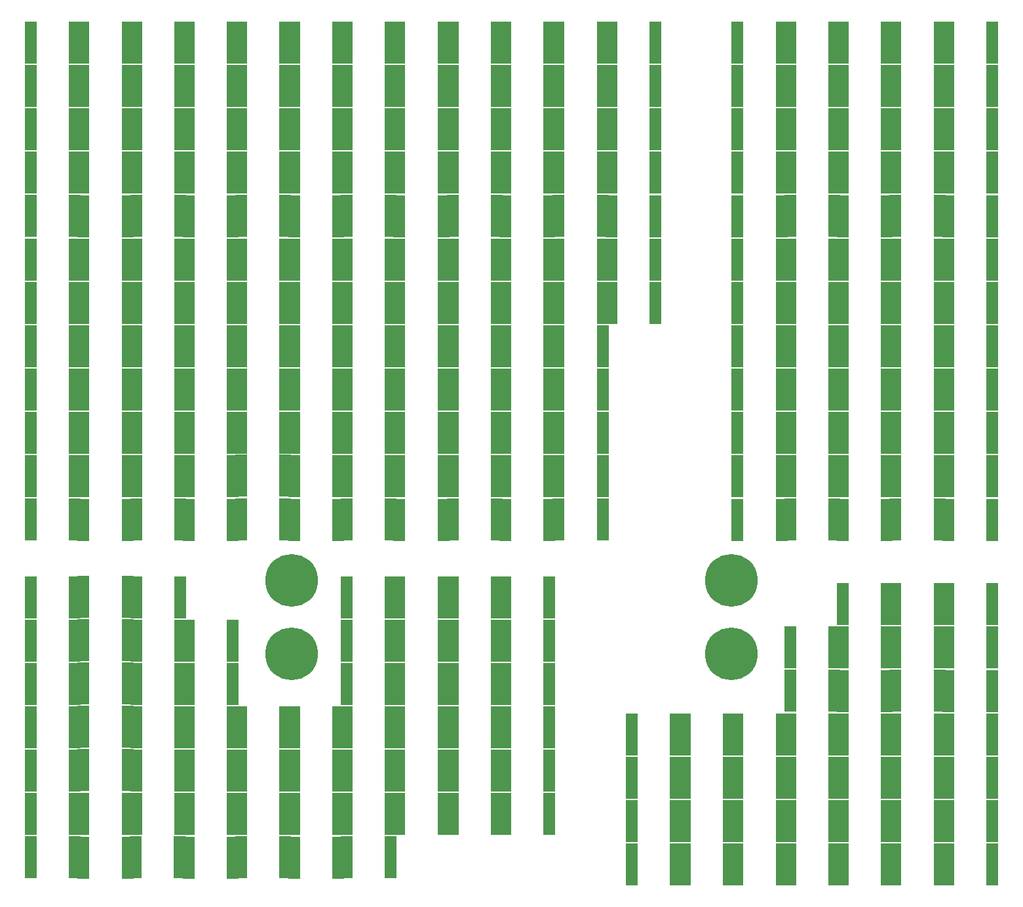
<source format=gbr>
G04 #@! TF.GenerationSoftware,KiCad,Pcbnew,(5.0.0)*
G04 #@! TF.CreationDate,2019-05-02T23:43:43-07:00*
G04 #@! TF.ProjectId,SSB Cap Board - Rev2,5353422043617020426F617264202D20,rev?*
G04 #@! TF.SameCoordinates,Original*
G04 #@! TF.FileFunction,Soldermask,Bot*
G04 #@! TF.FilePolarity,Negative*
%FSLAX46Y46*%
G04 Gerber Fmt 4.6, Leading zero omitted, Abs format (unit mm)*
G04 Created by KiCad (PCBNEW (5.0.0)) date 05/02/19 23:43:43*
%MOMM*%
%LPD*%
G01*
G04 APERTURE LIST*
%ADD10R,1.650000X5.400000*%
%ADD11C,6.800000*%
%ADD12C,1.200000*%
G04 APERTURE END LIST*
D10*
G04 #@! TO.C,C505*
X42805000Y19695000D03*
X48505000Y19695000D03*
G04 #@! TD*
G04 #@! TO.C,C503*
X28095000Y14105000D03*
X22395000Y14105000D03*
G04 #@! TD*
G04 #@! TO.C,C502*
X62105000Y103395000D03*
X56405000Y103395000D03*
G04 #@! TD*
G04 #@! TO.C,C501*
X29205000Y103395000D03*
X34905000Y103395000D03*
G04 #@! TD*
G04 #@! TO.C,C500*
X62105000Y25295000D03*
X56405000Y25295000D03*
G04 #@! TD*
G04 #@! TO.C,C498*
X55295000Y-2695000D03*
X49595000Y-2695000D03*
G04 #@! TD*
G04 #@! TO.C,C452*
X48505000Y14095000D03*
X42805000Y14095000D03*
G04 #@! TD*
G04 #@! TO.C,C449*
X41695000Y53005000D03*
X35995000Y53005000D03*
G04 #@! TD*
G04 #@! TO.C,C496*
X21205000Y14095000D03*
X15505000Y14095000D03*
G04 #@! TD*
G04 #@! TO.C,C495*
X29205000Y2895000D03*
X34905000Y2895000D03*
G04 #@! TD*
G04 #@! TO.C,C494*
X48505000Y30895000D03*
X42805000Y30895000D03*
G04 #@! TD*
G04 #@! TO.C,C493*
X29205000Y97795000D03*
X34905000Y97795000D03*
G04 #@! TD*
G04 #@! TO.C,C492*
X62105000Y19695000D03*
X56405000Y19695000D03*
G04 #@! TD*
G04 #@! TO.C,C491*
X55295000Y2905000D03*
X49595000Y2905000D03*
G04 #@! TD*
G04 #@! TO.C,C490*
X48505000Y8495000D03*
X42805000Y8495000D03*
G04 #@! TD*
G04 #@! TO.C,C499*
X41695000Y58605000D03*
X35995000Y58605000D03*
G04 #@! TD*
G04 #@! TO.C,C497*
X22395000Y-2695000D03*
X28095000Y-2695000D03*
G04 #@! TD*
G04 #@! TO.C,C524*
X41695000Y47405000D03*
X35995000Y47405000D03*
G04 #@! TD*
G04 #@! TO.C,C523*
X34905000Y-2705000D03*
X29205000Y-2705000D03*
G04 #@! TD*
G04 #@! TO.C,C522*
X55295000Y81005000D03*
X49595000Y81005000D03*
G04 #@! TD*
G04 #@! TO.C,C521*
X34905000Y92195000D03*
X29205000Y92195000D03*
G04 #@! TD*
G04 #@! TO.C,C520*
X56405000Y14095000D03*
X62105000Y14095000D03*
G04 #@! TD*
G04 #@! TO.C,C519*
X49595000Y8505000D03*
X55295000Y8505000D03*
G04 #@! TD*
G04 #@! TO.C,C518*
X42805000Y2895000D03*
X48505000Y2895000D03*
G04 #@! TD*
G04 #@! TO.C,C480*
X35995000Y64205000D03*
X41695000Y64205000D03*
G04 #@! TD*
G04 #@! TO.C,C506*
X28095000Y2905000D03*
X22395000Y2905000D03*
G04 #@! TD*
G04 #@! TO.C,C515*
X48505000Y103395000D03*
X42805000Y103395000D03*
G04 #@! TD*
G04 #@! TO.C,C514*
X41695000Y-2695000D03*
X35995000Y-2695000D03*
G04 #@! TD*
G04 #@! TO.C,C513*
X62105000Y41795000D03*
X56405000Y41795000D03*
G04 #@! TD*
G04 #@! TO.C,C512*
X55295000Y86605000D03*
X49595000Y86605000D03*
G04 #@! TD*
G04 #@! TO.C,C511*
X34905000Y86595000D03*
X29205000Y86595000D03*
G04 #@! TD*
G04 #@! TO.C,C510*
X56405000Y8495000D03*
X62105000Y8495000D03*
G04 #@! TD*
G04 #@! TO.C,C509*
X49595000Y14105000D03*
X55295000Y14105000D03*
G04 #@! TD*
G04 #@! TO.C,C507*
X42805000Y-2705000D03*
X48505000Y-2705000D03*
G04 #@! TD*
G04 #@! TO.C,C516*
X35995000Y69805000D03*
X41695000Y69805000D03*
G04 #@! TD*
G04 #@! TO.C,C469*
X28095000Y8505000D03*
X22395000Y8505000D03*
G04 #@! TD*
G04 #@! TO.C,C468*
X48505000Y97795000D03*
X42805000Y97795000D03*
G04 #@! TD*
G04 #@! TO.C,C467*
X41695000Y2905000D03*
X35995000Y2905000D03*
G04 #@! TD*
G04 #@! TO.C,C466*
X49595000Y41805000D03*
X55295000Y41805000D03*
G04 #@! TD*
G04 #@! TO.C,C465*
X55295000Y92205000D03*
X49595000Y92205000D03*
G04 #@! TD*
G04 #@! TO.C,C464*
X48505000Y41795000D03*
X42805000Y41795000D03*
G04 #@! TD*
G04 #@! TO.C,C463*
X29205000Y80995000D03*
X34905000Y80995000D03*
G04 #@! TD*
G04 #@! TO.C,C461*
X62105000Y2895000D03*
X56405000Y2895000D03*
G04 #@! TD*
G04 #@! TO.C,C488*
X55295000Y19705000D03*
X49595000Y19705000D03*
G04 #@! TD*
G04 #@! TO.C,C460*
X35995000Y75405000D03*
X41695000Y75405000D03*
G04 #@! TD*
G04 #@! TO.C,C459*
X29205000Y8495000D03*
X34905000Y8495000D03*
G04 #@! TD*
G04 #@! TO.C,C458*
X48505000Y92195000D03*
X42805000Y92195000D03*
G04 #@! TD*
G04 #@! TO.C,C457*
X41695000Y8505000D03*
X35995000Y8505000D03*
G04 #@! TD*
G04 #@! TO.C,C455*
X55295000Y97805000D03*
X49595000Y97805000D03*
G04 #@! TD*
G04 #@! TO.C,C454*
X35995000Y41805000D03*
X41695000Y41805000D03*
G04 #@! TD*
G04 #@! TO.C,C453*
X29205000Y75395000D03*
X34905000Y75395000D03*
G04 #@! TD*
G04 #@! TO.C,C489*
X41695000Y19705000D03*
X35995000Y19705000D03*
G04 #@! TD*
G04 #@! TO.C,C487*
X49595000Y25305000D03*
X55295000Y25305000D03*
G04 #@! TD*
G04 #@! TO.C,C486*
X41695000Y81005000D03*
X35995000Y81005000D03*
G04 #@! TD*
G04 #@! TO.C,C485*
X48505000Y86595000D03*
X42805000Y86595000D03*
G04 #@! TD*
G04 #@! TO.C,C484*
X41695000Y14105000D03*
X35995000Y14105000D03*
G04 #@! TD*
G04 #@! TO.C,C483*
X62105000Y86595000D03*
X56405000Y86595000D03*
G04 #@! TD*
G04 #@! TO.C,C482*
X55295000Y103405000D03*
X49595000Y103405000D03*
G04 #@! TD*
G04 #@! TO.C,C481*
X62105000Y97795000D03*
X56405000Y97795000D03*
G04 #@! TD*
G04 #@! TO.C,C508*
X29205000Y69795000D03*
X34905000Y69795000D03*
G04 #@! TD*
G04 #@! TO.C,C478*
X15505000Y8495000D03*
X21205000Y8495000D03*
G04 #@! TD*
G04 #@! TO.C,C476*
X42805000Y25295000D03*
X48505000Y25295000D03*
G04 #@! TD*
G04 #@! TO.C,C475*
X35995000Y86605000D03*
X41695000Y86605000D03*
G04 #@! TD*
G04 #@! TO.C,C474*
X42805000Y80995000D03*
X48505000Y80995000D03*
G04 #@! TD*
G04 #@! TO.C,C473*
X62105000Y80995000D03*
X56405000Y80995000D03*
G04 #@! TD*
G04 #@! TO.C,C472*
X56405000Y-2705000D03*
X62105000Y-2705000D03*
G04 #@! TD*
G04 #@! TO.C,C471*
X49595000Y30905000D03*
X55295000Y30905000D03*
G04 #@! TD*
G04 #@! TO.C,C470*
X29205000Y64195000D03*
X34905000Y64195000D03*
G04 #@! TD*
G04 #@! TO.C,C579*
X15505000Y2895000D03*
X21205000Y2895000D03*
G04 #@! TD*
G04 #@! TO.C,C575*
X41695000Y92205000D03*
X35995000Y92205000D03*
G04 #@! TD*
G04 #@! TO.C,C574*
X48505000Y75395000D03*
X42805000Y75395000D03*
G04 #@! TD*
G04 #@! TO.C,C600*
X56405000Y75395000D03*
X62105000Y75395000D03*
G04 #@! TD*
G04 #@! TO.C,C572*
X62105000Y30895000D03*
X56405000Y30895000D03*
G04 #@! TD*
G04 #@! TO.C,C525*
X29205000Y58595000D03*
X34905000Y58595000D03*
G04 #@! TD*
G04 #@! TO.C,C569*
X15505000Y-2705000D03*
X21205000Y-2705000D03*
G04 #@! TD*
G04 #@! TO.C,C565*
X41695000Y97805000D03*
X35995000Y97805000D03*
G04 #@! TD*
G04 #@! TO.C,C526*
X42805000Y69795000D03*
X48505000Y69795000D03*
G04 #@! TD*
G04 #@! TO.C,C571*
X62105000Y69795000D03*
X56405000Y69795000D03*
G04 #@! TD*
G04 #@! TO.C,C598*
X41695000Y25305000D03*
X35995000Y25305000D03*
G04 #@! TD*
G04 #@! TO.C,C582*
X41695000Y103405000D03*
X35995000Y103405000D03*
G04 #@! TD*
G04 #@! TO.C,C580*
X62105000Y92195000D03*
X56405000Y92195000D03*
G04 #@! TD*
G04 #@! TO.C,C589*
X42805000Y64195000D03*
X48505000Y64195000D03*
G04 #@! TD*
G04 #@! TO.C,C587*
X56405000Y64195000D03*
X62105000Y64195000D03*
G04 #@! TD*
G04 #@! TO.C,C586*
X49595000Y47405000D03*
X55295000Y47405000D03*
G04 #@! TD*
G04 #@! TO.C,C581*
X29205000Y52995000D03*
X34905000Y52995000D03*
G04 #@! TD*
G04 #@! TO.C,C543*
X42805000Y58595000D03*
X48505000Y58595000D03*
G04 #@! TD*
G04 #@! TO.C,C541*
X56405000Y58595000D03*
X62105000Y58595000D03*
G04 #@! TD*
G04 #@! TO.C,C539*
X55295000Y53005000D03*
X49595000Y53005000D03*
G04 #@! TD*
G04 #@! TO.C,C538*
X34905000Y14095000D03*
X29205000Y14095000D03*
G04 #@! TD*
G04 #@! TO.C,C563*
X29205000Y47395000D03*
X34905000Y47395000D03*
G04 #@! TD*
G04 #@! TO.C,C533*
X42805000Y52995000D03*
X48505000Y52995000D03*
G04 #@! TD*
G04 #@! TO.C,C531*
X56405000Y52995000D03*
X62105000Y52995000D03*
G04 #@! TD*
G04 #@! TO.C,C529*
X55295000Y58605000D03*
X49595000Y58605000D03*
G04 #@! TD*
G04 #@! TO.C,C561*
X42805000Y47395000D03*
X48505000Y47395000D03*
G04 #@! TD*
G04 #@! TO.C,C559*
X56405000Y47395000D03*
X62105000Y47395000D03*
G04 #@! TD*
G04 #@! TO.C,C557*
X55295000Y64205000D03*
X49595000Y64205000D03*
G04 #@! TD*
G04 #@! TO.C,C549*
X29205000Y41795000D03*
X34905000Y41795000D03*
G04 #@! TD*
G04 #@! TO.C,C547*
X55295000Y69805000D03*
X49595000Y69805000D03*
G04 #@! TD*
G04 #@! TO.C,C426*
X49595000Y75405000D03*
X55295000Y75405000D03*
G04 #@! TD*
G04 #@! TO.C,C173*
X-62105000Y31805000D03*
X-56405000Y31805000D03*
G04 #@! TD*
G04 #@! TO.C,C300*
X-28095000Y80995000D03*
X-22395000Y80995000D03*
G04 #@! TD*
G04 #@! TO.C,C242*
X-28095000Y86595000D03*
X-22395000Y86595000D03*
G04 #@! TD*
G04 #@! TO.C,C239*
X-22395000Y58595000D03*
X-28095000Y58595000D03*
G04 #@! TD*
G04 #@! TO.C,C232*
X-22395000Y92195000D03*
X-28095000Y92195000D03*
G04 #@! TD*
G04 #@! TO.C,C250*
X-28095000Y64195000D03*
X-22395000Y64195000D03*
G04 #@! TD*
G04 #@! TO.C,C255*
X-22395000Y41795000D03*
X-28095000Y41795000D03*
G04 #@! TD*
G04 #@! TO.C,C64*
X-62105000Y26205000D03*
X-56405000Y26205000D03*
G04 #@! TD*
G04 #@! TO.C,C5*
X18605000Y92195000D03*
X12905000Y92195000D03*
G04 #@! TD*
G04 #@! TO.C,C23*
X18605000Y97795000D03*
X12905000Y97795000D03*
G04 #@! TD*
G04 #@! TO.C,C29*
X12905000Y75395000D03*
X18605000Y75395000D03*
G04 #@! TD*
G04 #@! TO.C,C129*
X18605000Y103395000D03*
X12905000Y103395000D03*
G04 #@! TD*
G04 #@! TO.C,C128*
X12905000Y80995000D03*
X18605000Y80995000D03*
G04 #@! TD*
G04 #@! TO.C,C127*
X18605000Y69795000D03*
X12905000Y69795000D03*
G04 #@! TD*
G04 #@! TO.C,C110*
X18605000Y86595000D03*
X12905000Y86595000D03*
G04 #@! TD*
G04 #@! TO.C,C307*
X-28095000Y75395000D03*
X-22395000Y75395000D03*
G04 #@! TD*
G04 #@! TO.C,C337*
X-22395000Y47395000D03*
X-28095000Y47395000D03*
G04 #@! TD*
G04 #@! TO.C,C326*
X-28095000Y103395000D03*
X-22395000Y103395000D03*
G04 #@! TD*
G04 #@! TO.C,C323*
X-22395000Y69795000D03*
X-28095000Y69795000D03*
G04 #@! TD*
G04 #@! TO.C,C391*
X-22395000Y97795000D03*
X-28095000Y97795000D03*
G04 #@! TD*
G04 #@! TO.C,C400*
X-22395000Y52995000D03*
X-28095000Y52995000D03*
G04 #@! TD*
G04 #@! TO.C,C342*
X-41695000Y-1805000D03*
X-35995000Y-1805000D03*
G04 #@! TD*
G04 #@! TO.C,C341*
X-42880365Y-1795000D03*
X-48580365Y-1795000D03*
G04 #@! TD*
G04 #@! TO.C,C340*
X-28095000Y3795000D03*
X-22395000Y3795000D03*
G04 #@! TD*
G04 #@! TO.C,C339*
X-15605000Y-1795000D03*
X-21305000Y-1795000D03*
G04 #@! TD*
G04 #@! TO.C,C338*
X-56405000Y41805000D03*
X-62105000Y41805000D03*
G04 #@! TD*
G04 #@! TO.C,C336*
X-29205000Y-1795000D03*
X-34905000Y-1795000D03*
G04 #@! TD*
G04 #@! TO.C,C335*
X-55295000Y26295000D03*
X-49595000Y26295000D03*
G04 #@! TD*
G04 #@! TO.C,C334*
X-42805000Y3805000D03*
X-48505000Y3805000D03*
G04 #@! TD*
G04 #@! TO.C,C333*
X-42805000Y31805000D03*
X-48505000Y31805000D03*
G04 #@! TD*
G04 #@! TO.C,C332*
X-28095000Y-1805000D03*
X-22395000Y-1805000D03*
G04 #@! TD*
G04 #@! TO.C,C376*
X-15605000Y3805000D03*
X-21305000Y3805000D03*
G04 #@! TD*
G04 #@! TO.C,C328*
X-56405000Y47405000D03*
X-62105000Y47405000D03*
G04 #@! TD*
G04 #@! TO.C,C327*
X-55295000Y97795000D03*
X-49595000Y97795000D03*
G04 #@! TD*
G04 #@! TO.C,C325*
X-55295000Y20695000D03*
X-49595000Y20695000D03*
G04 #@! TD*
G04 #@! TO.C,C324*
X-42805000Y9405000D03*
X-48505000Y9405000D03*
G04 #@! TD*
G04 #@! TO.C,C322*
X-55295000Y-1805000D03*
X-49595000Y-1805000D03*
G04 #@! TD*
G04 #@! TO.C,C321*
X-15605000Y9405000D03*
X-21305000Y9405000D03*
G04 #@! TD*
G04 #@! TO.C,C320*
X-56405000Y53005000D03*
X-62105000Y53005000D03*
G04 #@! TD*
G04 #@! TO.C,C319*
X-55295000Y92195000D03*
X-49595000Y92195000D03*
G04 #@! TD*
G04 #@! TO.C,C318*
X-1905000Y41805000D03*
X-7605000Y41805000D03*
G04 #@! TD*
G04 #@! TO.C,C317*
X-29205000Y9405000D03*
X-34905000Y9405000D03*
G04 #@! TD*
G04 #@! TO.C,C316*
X-55295000Y15095000D03*
X-49595000Y15095000D03*
G04 #@! TD*
G04 #@! TO.C,C331*
X-42805000Y15005000D03*
X-48505000Y15005000D03*
G04 #@! TD*
G04 #@! TO.C,C330*
X-41695000Y26195000D03*
X-35995000Y26195000D03*
G04 #@! TD*
G04 #@! TO.C,C329*
X-1905000Y3805000D03*
X-7605000Y3805000D03*
G04 #@! TD*
G04 #@! TO.C,C374*
X-15605000Y15005000D03*
X-21305000Y15005000D03*
G04 #@! TD*
G04 #@! TO.C,C373*
X-56405000Y58605000D03*
X-62105000Y58605000D03*
G04 #@! TD*
G04 #@! TO.C,C372*
X-55295000Y86595000D03*
X-49595000Y86595000D03*
G04 #@! TD*
G04 #@! TO.C,C371*
X-795000Y92195000D03*
X4905000Y92195000D03*
G04 #@! TD*
G04 #@! TO.C,C370*
X-55295000Y3795000D03*
X-49595000Y3795000D03*
G04 #@! TD*
G04 #@! TO.C,C369*
X-1905000Y47405000D03*
X-7605000Y47405000D03*
G04 #@! TD*
G04 #@! TO.C,C368*
X-14495000Y103395000D03*
X-8795000Y103395000D03*
G04 #@! TD*
G04 #@! TO.C,C367*
X-55295000Y9495000D03*
X-49595000Y9495000D03*
G04 #@! TD*
G04 #@! TO.C,C366*
X-42805000Y20605000D03*
X-48505000Y20605000D03*
G04 #@! TD*
G04 #@! TO.C,C365*
X-41695000Y20595000D03*
X-35995000Y20595000D03*
G04 #@! TD*
G04 #@! TO.C,C364*
X-1905000Y9405000D03*
X-7605000Y9405000D03*
G04 #@! TD*
G04 #@! TO.C,C363*
X-15605000Y20605000D03*
X-21305000Y20605000D03*
G04 #@! TD*
G04 #@! TO.C,C346*
X-56405000Y64205000D03*
X-62105000Y64205000D03*
G04 #@! TD*
G04 #@! TO.C,C344*
X-55295000Y80995000D03*
X-49595000Y80995000D03*
G04 #@! TD*
G04 #@! TO.C,C359*
X-795000Y86595000D03*
X4905000Y86595000D03*
G04 #@! TD*
G04 #@! TO.C,C358*
X-1905000Y53005000D03*
X-7605000Y53005000D03*
G04 #@! TD*
G04 #@! TO.C,C357*
X-14495000Y97795000D03*
X-8795000Y97795000D03*
G04 #@! TD*
G04 #@! TO.C,C356*
X-29205000Y15005000D03*
X-34905000Y15005000D03*
G04 #@! TD*
G04 #@! TO.C,C355*
X-56405000Y9405000D03*
X-62105000Y9405000D03*
G04 #@! TD*
G04 #@! TO.C,C354*
X-42805000Y26205000D03*
X-48505000Y26205000D03*
G04 #@! TD*
G04 #@! TO.C,C353*
X-41695000Y14995000D03*
X-35995000Y14995000D03*
G04 #@! TD*
G04 #@! TO.C,C352*
X-1905000Y15005000D03*
X-7605000Y15005000D03*
G04 #@! TD*
G04 #@! TO.C,C351*
X-15605000Y26205000D03*
X-21305000Y26205000D03*
G04 #@! TD*
G04 #@! TO.C,C350*
X-56405000Y69805000D03*
X-62105000Y69805000D03*
G04 #@! TD*
G04 #@! TO.C,C349*
X-55295000Y75395000D03*
X-49595000Y75395000D03*
G04 #@! TD*
G04 #@! TO.C,C348*
X-795000Y80995000D03*
X4905000Y80995000D03*
G04 #@! TD*
G04 #@! TO.C,C347*
X-1905000Y58605000D03*
X-7605000Y58605000D03*
G04 #@! TD*
G04 #@! TO.C,C362*
X-14495000Y92195000D03*
X-8795000Y92195000D03*
G04 #@! TD*
G04 #@! TO.C,C361*
X-15605000Y47405000D03*
X-21305000Y47405000D03*
G04 #@! TD*
G04 #@! TO.C,C360*
X-14495000Y31795000D03*
X-8795000Y31795000D03*
G04 #@! TD*
G04 #@! TO.C,C279*
X-56405000Y103405000D03*
X-62105000Y103405000D03*
G04 #@! TD*
G04 #@! TO.C,C278*
X-795000Y75395000D03*
X4905000Y75395000D03*
G04 #@! TD*
G04 #@! TO.C,C277*
X-14495000Y80995000D03*
X-8795000Y80995000D03*
G04 #@! TD*
G04 #@! TO.C,C276*
X-795000Y103395000D03*
X4905000Y103395000D03*
G04 #@! TD*
G04 #@! TO.C,C275*
X-28095000Y9395000D03*
X-22395000Y9395000D03*
G04 #@! TD*
G04 #@! TO.C,C274*
X-15605000Y41805000D03*
X-21305000Y41805000D03*
G04 #@! TD*
G04 #@! TO.C,C272*
X-55295000Y52995000D03*
X-49595000Y52995000D03*
G04 #@! TD*
G04 #@! TO.C,C271*
X-795000Y58595000D03*
X4905000Y58595000D03*
G04 #@! TD*
G04 #@! TO.C,C270*
X-1905000Y81005000D03*
X-7605000Y81005000D03*
G04 #@! TD*
G04 #@! TO.C,C269*
X-14495000Y69795000D03*
X-8795000Y69795000D03*
G04 #@! TD*
G04 #@! TO.C,C315*
X-15605000Y69805000D03*
X-21305000Y69805000D03*
G04 #@! TD*
G04 #@! TO.C,C267*
X-55295000Y103395000D03*
X-49595000Y103395000D03*
G04 #@! TD*
G04 #@! TO.C,C313*
X-14495000Y14995000D03*
X-8795000Y14995000D03*
G04 #@! TD*
G04 #@! TO.C,C312*
X-1905000Y103405000D03*
X-7605000Y103405000D03*
G04 #@! TD*
G04 #@! TO.C,C263*
X-15605000Y81005000D03*
X-21305000Y81005000D03*
G04 #@! TD*
G04 #@! TO.C,C256*
X-795000Y41795000D03*
X4905000Y41795000D03*
G04 #@! TD*
G04 #@! TO.C,C254*
X-1905000Y97805000D03*
X-7605000Y97805000D03*
G04 #@! TD*
G04 #@! TO.C,C253*
X-14495000Y52995000D03*
X-8795000Y52995000D03*
G04 #@! TD*
G04 #@! TO.C,C268*
X-15605000Y86605000D03*
X-21305000Y86605000D03*
G04 #@! TD*
G04 #@! TO.C,C306*
X-14495000Y47395000D03*
X-8795000Y47395000D03*
G04 #@! TD*
G04 #@! TO.C,C305*
X-15605000Y92205000D03*
X-21305000Y92205000D03*
G04 #@! TD*
G04 #@! TO.C,C297*
X-14495000Y41795000D03*
X-8795000Y41795000D03*
G04 #@! TD*
G04 #@! TO.C,C280*
X-15605000Y97805000D03*
X-21305000Y97805000D03*
G04 #@! TD*
G04 #@! TO.C,C290*
X-795000Y97795000D03*
X4905000Y97795000D03*
G04 #@! TD*
G04 #@! TO.C,C288*
X-15605000Y103405000D03*
X-21305000Y103405000D03*
G04 #@! TD*
G04 #@! TO.C,C375*
X-55295000Y47395000D03*
X-49595000Y47395000D03*
G04 #@! TD*
G04 #@! TO.C,C393*
X-41695000Y103395000D03*
X-35995000Y103395000D03*
G04 #@! TD*
G04 #@! TO.C,C69*
X11795000Y86605000D03*
X6095000Y86605000D03*
G04 #@! TD*
G04 #@! TO.C,C67*
X-795000Y3795000D03*
X4905000Y3795000D03*
G04 #@! TD*
G04 #@! TO.C,C66*
X-795000Y26195000D03*
X4905000Y26195000D03*
G04 #@! TD*
G04 #@! TO.C,C65*
X11795000Y47405000D03*
X6095000Y47405000D03*
G04 #@! TD*
G04 #@! TO.C,C79*
X-29205000Y47511105D03*
X-34905000Y47511105D03*
G04 #@! TD*
G04 #@! TO.C,C124*
X-42805000Y47405000D03*
X-48505000Y47405000D03*
G04 #@! TD*
G04 #@! TO.C,C123*
X-41695000Y92195000D03*
X-35995000Y92195000D03*
G04 #@! TD*
G04 #@! TO.C,C122*
X11795000Y41805000D03*
X6095000Y41805000D03*
G04 #@! TD*
G04 #@! TO.C,C121*
X11795000Y103415470D03*
X6095000Y103415470D03*
G04 #@! TD*
G04 #@! TO.C,C117*
X-29205000Y92205000D03*
X-34905000Y92205000D03*
G04 #@! TD*
G04 #@! TO.C,C116*
X-29205000Y53005000D03*
X-34905000Y53005000D03*
G04 #@! TD*
G04 #@! TO.C,C115*
X-42805000Y53005000D03*
X-48505000Y53005000D03*
G04 #@! TD*
G04 #@! TO.C,C114*
X-41695000Y86595000D03*
X-35995000Y86595000D03*
G04 #@! TD*
G04 #@! TO.C,C113*
X-56405000Y-1795000D03*
X-62105000Y-1795000D03*
G04 #@! TD*
G04 #@! TO.C,C112*
X-29205000Y81005000D03*
X-34905000Y81005000D03*
G04 #@! TD*
G04 #@! TO.C,C111*
X-42805000Y81005000D03*
X-48505000Y81005000D03*
G04 #@! TD*
G04 #@! TO.C,C159*
X-41695000Y58595000D03*
X-35995000Y58595000D03*
G04 #@! TD*
G04 #@! TO.C,C109*
X11795000Y75405000D03*
X6095000Y75405000D03*
G04 #@! TD*
G04 #@! TO.C,C107*
X-795000Y20595000D03*
X4905000Y20595000D03*
G04 #@! TD*
G04 #@! TO.C,C104*
X-795000Y9395000D03*
X4905000Y9395000D03*
G04 #@! TD*
G04 #@! TO.C,C103*
X-29205000Y103405000D03*
X-34905000Y103405000D03*
G04 #@! TD*
G04 #@! TO.C,C102*
X-29205000Y64205000D03*
X-34905000Y64205000D03*
G04 #@! TD*
G04 #@! TO.C,C101*
X-42805000Y64205000D03*
X-48505000Y64205000D03*
G04 #@! TD*
G04 #@! TO.C,C100*
X-41695000Y75395000D03*
X-35995000Y75395000D03*
G04 #@! TD*
G04 #@! TO.C,C99*
X11795000Y58605000D03*
X6095000Y58605000D03*
G04 #@! TD*
G04 #@! TO.C,C98*
X-42805000Y103405000D03*
X-48505000Y103405000D03*
G04 #@! TD*
G04 #@! TO.C,C28*
X-795000Y31795000D03*
X4905000Y31795000D03*
G04 #@! TD*
G04 #@! TO.C,C27*
X-14495000Y3795000D03*
X-8795000Y3795000D03*
G04 #@! TD*
G04 #@! TO.C,C26*
X-29205000Y41805000D03*
X-34905000Y41805000D03*
G04 #@! TD*
G04 #@! TO.C,C25*
X-42805000Y41805000D03*
X-48505000Y41805000D03*
G04 #@! TD*
G04 #@! TO.C,C24*
X-41695000Y97795000D03*
X-35995000Y97795000D03*
G04 #@! TD*
G04 #@! TO.C,C20*
X-42805000Y69805000D03*
X-48505000Y69805000D03*
G04 #@! TD*
G04 #@! TO.C,C19*
X-41695000Y69795000D03*
X-35995000Y69795000D03*
G04 #@! TD*
G04 #@! TO.C,C18*
X11795000Y64205000D03*
X6095000Y64205000D03*
G04 #@! TD*
G04 #@! TO.C,C6*
X-29205000Y75405000D03*
X-34905000Y75405000D03*
G04 #@! TD*
G04 #@! TO.C,C7*
X-42805000Y75405000D03*
X-48505000Y75405000D03*
G04 #@! TD*
G04 #@! TO.C,C8*
X-41695000Y64195000D03*
X-35995000Y64195000D03*
G04 #@! TD*
G04 #@! TO.C,C9*
X11795000Y69805000D03*
X6095000Y69805000D03*
G04 #@! TD*
G04 #@! TO.C,C17*
X-56405000Y15005000D03*
X-62105000Y15005000D03*
G04 #@! TD*
G04 #@! TO.C,C58*
X-29205000Y86605000D03*
X-34905000Y86605000D03*
G04 #@! TD*
G04 #@! TO.C,C57*
X-41695000Y47395000D03*
X-35995000Y47395000D03*
G04 #@! TD*
G04 #@! TO.C,C56*
X-42805000Y86605000D03*
X-48505000Y86605000D03*
G04 #@! TD*
G04 #@! TO.C,C55*
X-41695000Y52995000D03*
X-35995000Y52995000D03*
G04 #@! TD*
G04 #@! TO.C,C54*
X11795000Y81005000D03*
X6095000Y81005000D03*
G04 #@! TD*
G04 #@! TO.C,C30*
X-42805000Y92205000D03*
X-48505000Y92205000D03*
G04 #@! TD*
G04 #@! TO.C,C42*
X-29205000Y69805000D03*
X-34905000Y69805000D03*
G04 #@! TD*
G04 #@! TO.C,C218*
X-14495000Y58595000D03*
X-8795000Y58595000D03*
G04 #@! TD*
G04 #@! TO.C,C217*
X-1905000Y92205000D03*
X-7605000Y92205000D03*
G04 #@! TD*
G04 #@! TO.C,C216*
X-795000Y47395000D03*
X4905000Y47395000D03*
G04 #@! TD*
G04 #@! TO.C,C214*
X-55295000Y41795000D03*
X-49595000Y41795000D03*
G04 #@! TD*
G04 #@! TO.C,C210*
X-14495000Y9395000D03*
X-8795000Y9395000D03*
G04 #@! TD*
G04 #@! TO.C,C208*
X-15605000Y75405000D03*
X-21305000Y75405000D03*
G04 #@! TD*
G04 #@! TO.C,C207*
X-14495000Y64195000D03*
X-8795000Y64195000D03*
G04 #@! TD*
G04 #@! TO.C,C206*
X-1905000Y86605000D03*
X-7605000Y86605000D03*
G04 #@! TD*
G04 #@! TO.C,C205*
X-795000Y52995000D03*
X4905000Y52995000D03*
G04 #@! TD*
G04 #@! TO.C,C202*
X-56405000Y97805000D03*
X-62105000Y97805000D03*
G04 #@! TD*
G04 #@! TO.C,C204*
X-14495000Y20595000D03*
X-8795000Y20595000D03*
G04 #@! TD*
G04 #@! TO.C,C249*
X-15605000Y64205000D03*
X-21305000Y64205000D03*
G04 #@! TD*
G04 #@! TO.C,C248*
X-14495000Y75395000D03*
X-8795000Y75395000D03*
G04 #@! TD*
G04 #@! TO.C,C247*
X-1905000Y75405000D03*
X-7605000Y75405000D03*
G04 #@! TD*
G04 #@! TO.C,C246*
X-795000Y64195000D03*
X4905000Y64195000D03*
G04 #@! TD*
G04 #@! TO.C,C245*
X-55295000Y58595000D03*
X-49595000Y58595000D03*
G04 #@! TD*
G04 #@! TO.C,C244*
X-56405000Y86605000D03*
X-62105000Y86605000D03*
G04 #@! TD*
G04 #@! TO.C,C243*
X-28095000Y14995000D03*
X-22395000Y14995000D03*
G04 #@! TD*
G04 #@! TO.C,C241*
X-1905000Y31805000D03*
X-7605000Y31805000D03*
G04 #@! TD*
G04 #@! TO.C,C240*
X-14495000Y26195000D03*
X-8795000Y26195000D03*
G04 #@! TD*
G04 #@! TO.C,C238*
X-15605000Y58605000D03*
X-21305000Y58605000D03*
G04 #@! TD*
G04 #@! TO.C,C219*
X-1905000Y69805000D03*
X-7605000Y69805000D03*
G04 #@! TD*
G04 #@! TO.C,C235*
X-795000Y69795000D03*
X4905000Y69795000D03*
G04 #@! TD*
G04 #@! TO.C,C234*
X-55295000Y64195000D03*
X-49595000Y64195000D03*
G04 #@! TD*
G04 #@! TO.C,C233*
X-56405000Y81005000D03*
X-62105000Y81005000D03*
G04 #@! TD*
G04 #@! TO.C,C231*
X-1905000Y26205000D03*
X-7605000Y26205000D03*
G04 #@! TD*
G04 #@! TO.C,C230*
X-56405000Y92205000D03*
X-62105000Y92205000D03*
G04 #@! TD*
G04 #@! TO.C,C229*
X-41695000Y9395000D03*
X-35995000Y9395000D03*
G04 #@! TD*
G04 #@! TO.C,C228*
X-1905000Y20605000D03*
X-7605000Y20605000D03*
G04 #@! TD*
G04 #@! TO.C,C227*
X-15605000Y31805000D03*
X-21305000Y31805000D03*
G04 #@! TD*
G04 #@! TO.C,C226*
X-56405000Y75405000D03*
X-62105000Y75405000D03*
G04 #@! TD*
G04 #@! TO.C,C225*
X-55295000Y69795000D03*
X-49595000Y69795000D03*
G04 #@! TD*
G04 #@! TO.C,C224*
X-1905000Y64205000D03*
X-7605000Y64205000D03*
G04 #@! TD*
G04 #@! TO.C,C223*
X-14495000Y86595000D03*
X-8795000Y86595000D03*
G04 #@! TD*
G04 #@! TO.C,C222*
X-15605000Y53005000D03*
X-21305000Y53005000D03*
G04 #@! TD*
G04 #@! TO.C,C220*
X-41695000Y3795000D03*
X-35995000Y3795000D03*
G04 #@! TD*
G04 #@! TO.C,C151*
X-41695000Y41795000D03*
X-35995000Y41795000D03*
G04 #@! TD*
G04 #@! TO.C,C150*
X11795000Y97805000D03*
X6095000Y97805000D03*
G04 #@! TD*
G04 #@! TO.C,C130*
X11795000Y92205000D03*
X6095000Y92205000D03*
G04 #@! TD*
G04 #@! TO.C,C141*
X-795000Y14995000D03*
X4905000Y14995000D03*
G04 #@! TD*
G04 #@! TO.C,C187*
X-29205000Y97805000D03*
X-34905000Y97805000D03*
G04 #@! TD*
G04 #@! TO.C,C186*
X-29205000Y58605000D03*
X-34905000Y58605000D03*
G04 #@! TD*
G04 #@! TO.C,C185*
X-42805000Y58605000D03*
X-48505000Y58605000D03*
G04 #@! TD*
G04 #@! TO.C,C184*
X-41695000Y80995000D03*
X-35995000Y80995000D03*
G04 #@! TD*
G04 #@! TO.C,C183*
X11795000Y53005000D03*
X6095000Y53005000D03*
G04 #@! TD*
G04 #@! TO.C,C182*
X-42805000Y97805000D03*
X-48505000Y97805000D03*
G04 #@! TD*
G04 #@! TO.C,C181*
X-56405000Y20605000D03*
X-62105000Y20605000D03*
G04 #@! TD*
G04 #@! TO.C,C221*
X-29205000Y3805000D03*
X-34905000Y3805000D03*
G04 #@! TD*
G04 #@! TO.C,C345*
X-56405000Y3805000D03*
X-62105000Y3805000D03*
G04 #@! TD*
G04 #@! TO.C,C236*
X-55295000Y31895000D03*
X-49595000Y31895000D03*
G04 #@! TD*
D11*
G04 #@! TO.C,TP3*
X28400000Y34000000D03*
D12*
X30800000Y34000000D03*
X30097056Y32302944D03*
X28400000Y31600000D03*
X26702944Y32302944D03*
X26000000Y34000000D03*
X26702944Y35697056D03*
X28400000Y36400000D03*
X30097056Y35697056D03*
G04 #@! TD*
D11*
G04 #@! TO.C,TP4*
X28400000Y24500000D03*
D12*
X30800000Y24500000D03*
X30097056Y22802944D03*
X28400000Y22100000D03*
X26702944Y22802944D03*
X26000000Y24500000D03*
X26702944Y26197056D03*
X28400000Y26900000D03*
X30097056Y26197056D03*
G04 #@! TD*
D11*
G04 #@! TO.C,TP1*
X-28400000Y34000000D03*
D12*
X-26000000Y34000000D03*
X-26702944Y32302944D03*
X-28400000Y31600000D03*
X-30097056Y32302944D03*
X-30800000Y34000000D03*
X-30097056Y35697056D03*
X-28400000Y36400000D03*
X-26702944Y35697056D03*
G04 #@! TD*
D11*
G04 #@! TO.C,TP2*
X-28400000Y24500000D03*
D12*
X-26000000Y24500000D03*
X-26702944Y22802944D03*
X-28400000Y22100000D03*
X-30097056Y22802944D03*
X-30800000Y24500000D03*
X-30097056Y26197056D03*
X-28400000Y26900000D03*
X-26702944Y26197056D03*
G04 #@! TD*
M02*

</source>
